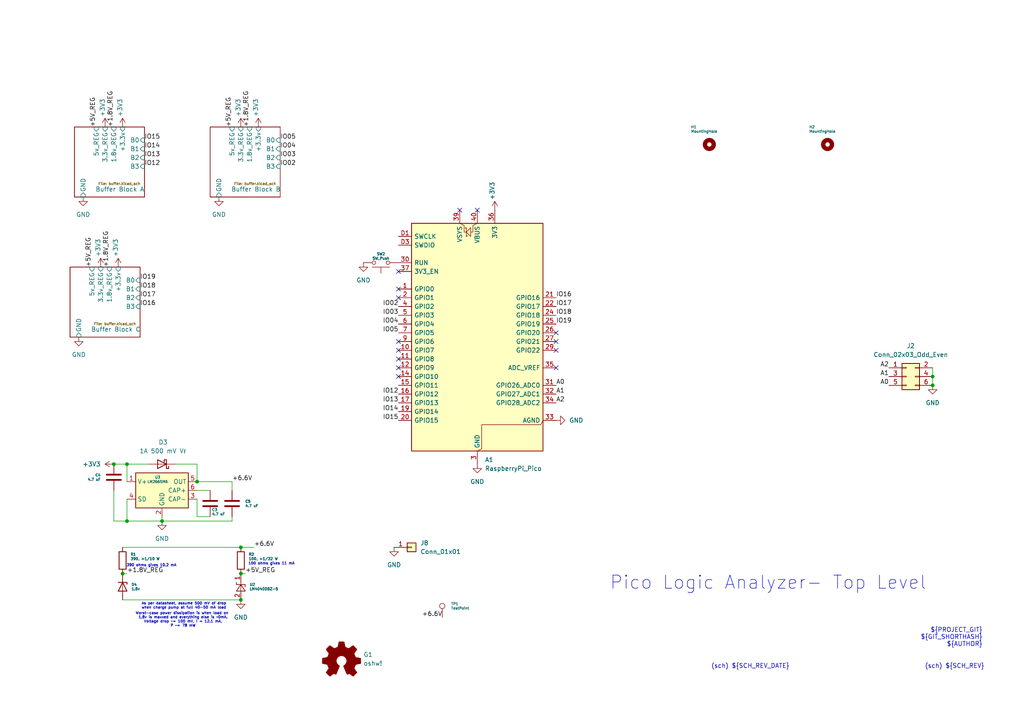
<source format=kicad_sch>
(kicad_sch (version 20250114) (generator "eeschema") (generator_version "9.0")
  (paper "A4")
  (lib_symbols
    (symbol "Connector:TestPoint" (pin_numbers (hide yes)) (pin_names (offset 0.762) (hide yes))
      (property "Reference" "TP" (at 0 6.858 0))
      (property "Value" "TestPoint" (at 0 5.08 0))
      (symbol "TestPoint_0_1"
        (circle (center 0 3.302) (radius 0.762))
      )
      (symbol "TestPoint_1_1"
        (pin passive line (at 0 0 90) (length 2.54) (name "1") (number "1"))
      )
    )
    (symbol "Connector_Generic:Conn_01x01" (pin_names (offset 1.016) (hide yes))
      (property "Reference" "J" (at 0 2.54 0))
      (property "Value" "Conn_01x01" (at 0 -2.54 0))
      (symbol "Conn_01x01_1_1"
        (rectangle (start -1.27 1.27) (end 1.27 -1.27) (stroke (width 0.254)) (fill (type background)))
        (rectangle (start -1.27 0.127) (end 0 -0.127) (stroke (width 0.1524)))
        (pin passive line (at -5.08 0 0) (length 3.81) (name "Pin_1") (number "1"))
      )
    )
    (symbol "Connector_Generic:Conn_02x03_Odd_Even" (pin_names (offset 1.016) (hide yes))
      (property "Reference" "J" (at 1.27 5.08 0))
      (property "Value" "Conn_02x03_Odd_Even" (at 1.27 -5.08 0))
      (symbol "Conn_02x03_Odd_Even_1_1"
        (rectangle (start -1.27 3.81) (end 3.81 -3.81) (stroke (width 0.254)) (fill (type background)))
        (rectangle (start -1.27 2.667) (end 0 2.413) (stroke (width 0.1524)))
        (rectangle (start -1.27 0.127) (end 0 -0.127) (stroke (width 0.1524)))
        (rectangle (start -1.27 -2.413) (end 0 -2.667) (stroke (width 0.1524)))
        (rectangle (start 3.81 2.667) (end 2.54 2.413) (stroke (width 0.1524)))
        (rectangle (start 3.81 0.127) (end 2.54 -0.127) (stroke (width 0.1524)))
        (rectangle (start 3.81 -2.413) (end 2.54 -2.667) (stroke (width 0.1524)))
        (pin passive line (at -5.08 2.54 0) (length 3.81) (name "Pin_1") (number "1"))
        (pin passive line (at -5.08 0 0) (length 3.81) (name "Pin_3") (number "3"))
        (pin passive line (at -5.08 -2.54 0) (length 3.81) (name "Pin_5") (number "5"))
        (pin passive line (at 7.62 2.54 180) (length 3.81) (name "Pin_2") (number "2"))
        (pin passive line (at 7.62 0 180) (length 3.81) (name "Pin_4") (number "4"))
        (pin passive line (at 7.62 -2.54 180) (length 3.81) (name "Pin_6") (number "6"))
      )
    )
    (symbol "Device:C" (pin_numbers (hide yes)) (pin_names (offset 0.254))
      (property "Reference" "C" (at 0.635 2.54 0))
      (property "Value" "C" (at 0.635 -2.54 0))
      (symbol "C_0_1"
        (polyline (pts (xy -2.032 0.762) (xy 2.032 0.762)) (stroke (width 0.508)))
        (polyline (pts (xy -2.032 -0.762) (xy 2.032 -0.762)) (stroke (width 0.508)))
      )
      (symbol "C_1_1"
        (pin passive line (at 0 3.81 270) (length 2.794) (name "~") (number "1"))
        (pin passive line (at 0 -3.81 90) (length 2.794) (name "~") (number "2"))
      )
    )
    (symbol "Device:D_Schottky" (pin_numbers (hide yes)) (pin_names (offset 1.016) (hide yes))
      (property "Reference" "D" (at 0 2.54 0))
      (property "Value" "D_Schottky" (at 0 -2.54 0))
      (symbol "D_Schottky_0_1"
        (polyline (pts (xy -1.905 0.635) (xy -1.905 1.27) (xy -1.27 1.27) (xy -1.27 -1.27) (xy -0.635 -1.27) (xy -0.635 -0.635)) (stroke (width 0.254)))
        (polyline (pts (xy 1.27 1.27) (xy 1.27 -1.27) (xy -1.27 0) (xy 1.27 1.27)) (stroke (width 0.254)))
        (polyline (pts (xy 1.27 0) (xy -1.27 0)))
      )
      (symbol "D_Schottky_1_1"
        (pin passive line (at -3.81 0 0) (length 2.54) (name "K") (number "1"))
        (pin passive line (at 3.81 0 180) (length 2.54) (name "A") (number "2"))
      )
    )
    (symbol "Device:D_Zener" (pin_numbers (hide yes)) (pin_names (offset 1.016) (hide yes))
      (property "Reference" "D" (at 0 2.54 0))
      (property "Value" "D_Zener" (at 0 -2.54 0))
      (symbol "D_Zener_0_1"
        (polyline (pts (xy -1.27 -1.27) (xy -1.27 1.27) (xy -0.762 1.27)) (stroke (width 0.254)))
        (polyline (pts (xy 1.27 0) (xy -1.27 0)))
        (polyline (pts (xy 1.27 -1.27) (xy 1.27 1.27) (xy -1.27 0) (xy 1.27 -1.27)) (stroke (width 0.254)))
      )
      (symbol "D_Zener_1_1"
        (pin passive line (at -3.81 0 0) (length 2.54) (name "K") (number "1"))
        (pin passive line (at 3.81 0 180) (length 2.54) (name "A") (number "2"))
      )
    )
    (symbol "Device:R" (pin_numbers (hide yes)) (pin_names (offset 0))
      (property "Reference" "R" (at 2.032 0 90))
      (property "Value" "R" (at 0 0 90))
      (symbol "R_0_1"
        (rectangle (start -1.016 -2.54) (end 1.016 2.54) (stroke (width 0.254)))
      )
      (symbol "R_1_1"
        (pin passive line (at 0 3.81 270) (length 1.27) (name "~") (number "1"))
        (pin passive line (at 0 -3.81 90) (length 1.27) (name "~") (number "2"))
      )
    )
    (symbol "Graphic:Logo_Open_Hardware_Small" (in_bom no) (on_board no)
      (symbol "Logo_Open_Hardware_Small_0_1"
        (polyline (pts (xy 3.3528 -4.3434) (xy 3.302 -4.318) (xy 3.175 -4.2418) (xy 2.9972 -4.1148) (xy 2.7686 -3.9624) (xy 2.54 -3.81) (xy 2.3622 -3.7084) (xy 2.2352 -3.6068) (xy 2.1844 -3.5814) (xy 2.159 -3.6068) (xy 2.0574 -3.6576) (xy 1.905 -3.7338) (xy 1.8034 -3.7846) (xy 1.6764 -3.8354) (xy 1.6002 -3.8354) (xy 1.6002 -3.8354) (xy 1.5494 -3.7338) (xy 1.4732 -3.5306) (xy 1.3462 -3.302) (xy 1.2446 -3.0226) (xy 1.1176 -2.7178) (xy 0.9652 -2.413) (xy 0.8636 -2.1082) (xy 0.7366 -1.8288) (xy 0.6604 -1.6256) (xy 0.6096 -1.4732) (xy 0.5842 -1.397) (xy 0.5842 -1.397) (xy 0.6604 -1.3208) (xy 0.7874 -1.2446) (xy 1.0414 -1.016) (xy 1.2954 -0.6858) (xy 1.4478 -0.3302) (xy 1.524 0.0762) (xy 1.4732 0.4572) (xy 1.3208 0.8128) (xy 1.0668 1.143) (xy 0.762 1.3716) (xy 0.4064 1.524) (xy 0 1.5748) (xy -0.381 1.5494) (xy -0.7366 1.397) (xy -1.0668 1.143) (xy -1.2192 0.9906) (xy -1.397 0.6604) (xy -1.524 0.3048) (xy -1.524 0.2286) (xy -1.4986 -0.1778) (xy -1.397 -0.5334) (xy -1.1938 -0.8636) (xy -0.9144 -1.143) (xy -0.8636 -1.1684) (xy -0.7366 -1.27) (xy -0.635 -1.3462) (xy -0.5842 -1.397) (xy -1.0668 -2.5908) (xy -1.143 -2.794) (xy -1.2954 -3.1242) (xy -1.397 -3.4036) (xy -1.4986 -3.6322) (xy -1.5748 -3.7846) (xy -1.6002 -3.8354) (xy -1.6002 -3.8354) (xy -1.651 -3.8354) (xy -1.7272 -3.81) (xy -1.905 -3.7338) (xy -2.0066 -3.683) (xy -2.1336 -3.6068) (xy -2.2098 -3.5814) (xy -2.2606 -3.6068) (xy -2.3622 -3.683) (xy -2.54 -3.81) (xy -2.7686 -3.9624) (xy -2.9718 -4.0894) (xy -3.1496 -4.2164) (xy -3.302 -4.318) (xy -3.3528 -4.3434) (xy -3.3782 -4.3434) (xy -3.429 -4.318) (xy -3.5306 -4.2164) (xy -3.7084 -4.064) (xy -3.937 -3.8354) (xy -3.9624 -3.81) (xy -4.1656 -3.6068) (xy -4.318 -3.4544) (xy -4.4196 -3.3274) (xy -4.445 -3.2766) (xy -4.445 -3.2766) (xy -4.4196 -3.2258) (xy -4.318 -3.0734) (xy -4.2164 -2.8956) (xy -4.064 -2.667) (xy -3.6576 -2.0828) (xy -3.8862 -1.5494) (xy -3.937 -1.3716) (xy -4.0386 -1.1684) (xy -4.0894 -1.0414) (xy -4.1148 -0.9652) (xy -4.191 -0.9398) (xy -4.318 -0.9144) (xy -4.5466 -0.8636) (xy -4.8006 -0.8128) (xy -5.0546 -0.7874) (xy -5.2578 -0.7366) (xy -5.4356 -0.7112) (xy -5.5118 -0.6858) (xy -5.5118 -0.6858) (xy -5.5372 -0.635) (xy -5.5372 -0.5588) (xy -5.5372 -0.4318) (xy -5.5626 -0.2286) (xy -5.5626 0.0762) (xy -5.5626 0.127) (xy -5.5372 0.4064) (xy -5.5372 0.635) (xy -5.5372 0.762) (xy -5.5372 0.8382) (xy -5.5372 0.8382) (xy -5.461 0.8382) (xy -5.3086 0.889) (xy -5.08 0.9144) (xy -4.826 0.9652) (xy -4.8006 0.9906) (xy -4.5466 1.0414) (xy -4.318 1.0668) (xy -4.1656 1.1176) (xy -4.0894 1.143) (xy -4.0894 1.143) (xy -4.0386 1.2446) (xy -3.9624 1.4224) (xy -3.8608 1.6256) (xy -3.7846 1.8288) (xy -3.7084 2.0066) (xy -3.6576 2.159) (xy -3.6322 2.2098) (xy -3.6322 2.2098) (xy -3.683 2.286) (xy -3.7592 2.413) (xy -3.8862 2.5908) (xy -4.064 2.8194) (xy -4.064 2.8448) (xy -4.2164 3.0734) (xy -4.3434 3.2512) (xy -4.4196 3.3782) (xy -4.445 3.4544) (xy -4.445 3.4544) (xy -4.3942 3.5052) (xy -4.2926 3.6322) (xy -4.1148 3.81) (xy -3.937 4.0132) (xy -3.8608 4.064) (xy -3.6576 4.2926) (xy -3.5052 4.4196) (xy -3.4036 4.4958) (xy -3.3528 4.5212) (xy -3.3528 4.5212) (xy -3.302 4.4704) (xy -3.1496 4.3688) (xy -2.9718 4.2418) (xy -2.7432 4.0894) (xy -2.7178 4.0894) (xy -2.4892 3.937) (xy -2.3114 3.81) (xy -2.1844 3.7084) (xy -2.1336 3.683) (xy -2.1082 3.683) (xy -2.032 3.7084) (xy -1.8542 3.7592) (xy -1.6764 3.8354) (xy -1.4732 3.937) (xy -1.27 4.0132) (xy -1.143 4.064) (xy -1.0668 4.1148) (xy -1.0668 4.1148) (xy -1.0414 4.191) (xy -1.016 4.3434) (xy -0.9652 4.572) (xy -0.9144 4.8514) (xy -0.889 4.9022) (xy -0.8382 5.1562) (xy -0.8128 5.3848) (xy -0.7874 5.5372) (xy -0.762 5.588) (xy -0.7112 5.6134) (xy -0.5842 5.6134) (xy -0.4064 5.6134) (xy -0.1524 5.6134) (xy 0.0762 5.6134) (xy 0.3302 5.6134) (xy 0.5334 5.6134) (xy 0.6858 5.588) (xy 0.7366 5.588) (xy 0.7366 5.588) (xy 0.762 5.5118) (xy 0.8128 5.334) (xy 0.8382 5.1054) (xy 0.9144 4.826) (xy 0.9144 4.7752) (xy 0.9652 4.5212) (xy 1.016 4.2926) (xy 1.0414 4.1402) (xy 1.0668 4.0894) (xy 1.0668 4.0894) (xy 1.1938 4.0386) (xy 1.3716 3.9624) (xy 1.5748 3.8608) (xy 2.0828 3.6576) (xy 2.7178 4.0894) (xy 2.7686 4.1402) (xy 2.9972 4.2926) (xy 3.175 4.4196) (xy 3.302 4.4958) (xy 3.3782 4.5212) (xy 3.3782 4.5212) (xy 3.429 4.4704) (xy 3.556 4.3434) (xy 3.7338 4.191) (xy 3.9116 3.9878) (xy 4.064 3.8354) (xy 4.2418 3.6576) (xy 4.3434 3.556) (xy 4.4196 3.4798) (xy 4.4196 3.429) (xy 4.4196 3.4036) (xy 4.3942 3.3274) (xy 4.2926 3.2004) (xy 4.1656 2.9972) (xy 4.0132 2.794) (xy 3.8862 2.5908) (xy 3.7592 2.3876) (xy 3.6576 2.2352) (xy 3.6322 2.159) (xy 3.6322 2.1336) (xy 3.683 2.0066) (xy 3.7592 1.8288) (xy 3.8608 1.6002) (xy 4.064 1.1176) (xy 4.3942 1.0414) (xy 4.5974 1.016) (xy 4.8768 0.9652) (xy 5.1308 0.9144) (xy 5.5372 0.8382) (xy 5.5626 -0.6604) (xy 5.4864 -0.6858) (xy 5.4356 -0.6858) (xy 5.2832 -0.7366) (xy 5.0546 -0.762) (xy 4.8006 -0.8128) (xy 4.5974 -0.8636) (xy 4.3688 -0.9144) (xy 4.2164 -0.9398) (xy 4.1402 -0.9398) (xy 4.1148 -0.9652) (xy 4.064 -1.0668) (xy 3.9878 -1.2446) (xy 3.9116 -1.4478) (xy 3.81 -1.651) (xy 3.7338 -1.8542) (xy 3.683 -2.0066) (xy 3.6576 -2.0828) (xy 3.683 -2.1336) (xy 3.7846 -2.2606) (xy 3.8862 -2.4638) (xy 4.0386 -2.667) (xy 4.191 -2.8956) (xy 4.318 -3.0734) (xy 4.3942 -3.2004) (xy 4.445 -3.2766) (xy 4.4196 -3.3274) (xy 4.3434 -3.429) (xy 4.1656 -3.5814) (xy 3.937 -3.8354) (xy 3.8862 -3.8608) (xy 3.683 -4.064) (xy 3.5306 -4.2164) (xy 3.4036 -4.318) (xy 3.3528 -4.3434)) (fill (type outline)))
      )
    )
    (symbol "MCU_Module:RaspberryPi_Pico_Debug" (pin_names (offset 0.762))
      (property "Reference" "A" (at -19.05 35.56 0))
      (property "Value" "RaspberryPi_Pico" (at 7.62 35.56 0))
      (symbol "RaspberryPi_Pico_Debug_0_1"
        (rectangle (start -19.05 34.29) (end 19.05 -31.75) (stroke (width 0.254)) (fill (type background)))
        (polyline (pts (xy -5.08 34.29) (xy -3.81 33.655) (xy -3.81 31.75) (xy -3.175 31.75)))
        (polyline (pts (xy -3.429 32.766) (xy -3.429 33.02) (xy -3.175 33.02) (xy -3.175 30.48) (xy -2.921 30.48) (xy -2.921 30.734)))
        (polyline (pts (xy -3.175 31.75) (xy -1.905 33.02) (xy -1.905 30.48) (xy -3.175 31.75)))
        (polyline (pts (xy 0 34.29) (xy -1.27 33.655) (xy -1.27 31.75) (xy -1.905 31.75)))
        (polyline (pts (xy 0 -31.75) (xy 1.27 -31.115) (xy 1.27 -24.13) (xy 18.415 -24.13) (xy 19.05 -22.86)))
      )
      (symbol "RaspberryPi_Pico_Debug_1_1"
        (pin input line (at -22.86 30.48 0) (length 3.81) (name "SWCLK") (number "D1"))
        (pin bidirectional line (at -22.86 27.94 0) (length 3.81) (name "SWDIO") (number "D3"))
        (pin passive line (at -22.86 22.86 0) (length 3.81) (name "RUN") (number "30"))
        (pin passive line (at -22.86 20.32 0) (length 3.81) (name "3V3_EN") (number "37"))
        (pin bidirectional line (at -22.86 15.24 0) (length 3.81) (name "GPIO0") (number "1"))
        (pin bidirectional line (at -22.86 12.7 0) (length 3.81) (name "GPIO1") (number "2"))
        (pin bidirectional line (at -22.86 10.16 0) (length 3.81) (name "GPIO2") (number "4"))
        (pin bidirectional line (at -22.86 7.62 0) (length 3.81) (name "GPIO3") (number "5"))
        (pin bidirectional line (at -22.86 5.08 0) (length 3.81) (name "GPIO4") (number "6"))
        (pin bidirectional line (at -22.86 2.54 0) (length 3.81) (name "GPIO5") (number "7"))
        (pin bidirectional line (at -22.86 0 0) (length 3.81) (name "GPIO6") (number "9"))
        (pin bidirectional line (at -22.86 -2.54 0) (length 3.81) (name "GPIO7") (number "10"))
        (pin bidirectional line (at -22.86 -5.08 0) (length 3.81) (name "GPIO8") (number "11"))
        (pin bidirectional line (at -22.86 -7.62 0) (length 3.81) (name "GPIO9") (number "12"))
        (pin bidirectional line (at -22.86 -10.16 0) (length 3.81) (name "GPIO10") (number "14"))
        (pin bidirectional line (at -22.86 -12.7 0) (length 3.81) (name "GPIO11") (number "15"))
        (pin bidirectional line (at -22.86 -15.24 0) (length 3.81) (name "GPIO12") (number "16"))
        (pin bidirectional line (at -22.86 -17.78 0) (length 3.81) (name "GPIO13") (number "17"))
        (pin bidirectional line (at -22.86 -20.32 0) (length 3.81) (name "GPIO14") (number "19"))
        (pin bidirectional line (at -22.86 -22.86 0) (length 3.81) (name "GPIO15") (number "20"))
        (pin power_in line (at -5.08 38.1 270) (length 3.81) (name "VSYS") (number "39"))
        (pin power_out line (at 0 38.1 270) (length 3.81) (name "VBUS") (number "40"))
        (pin passive line (at 0 -35.56 90) (length 3.81) (hide yes) (name "GND") (number "13"))
        (pin passive line (at 0 -35.56 90) (length 3.81) (hide yes) (name "GND") (number "18"))
        (pin passive line (at 0 -35.56 90) (length 3.81) (hide yes) (name "GND") (number "23"))
        (pin passive line (at 0 -35.56 90) (length 3.81) (hide yes) (name "GND") (number "28"))
        (pin power_out line (at 0 -35.56 90) (length 3.81) (name "GND") (number "3"))
        (pin passive line (at 0 -35.56 90) (length 3.81) (hide yes) (name "GND") (number "38"))
        (pin passive line (at 0 -35.56 90) (length 3.81) (hide yes) (name "GND") (number "8"))
        (pin passive line (at 0 -35.56 90) (length 3.81) (hide yes) (name "GND") (number "D2"))
        (pin power_out line (at 5.08 38.1 270) (length 3.81) (name "3V3") (number "36"))
        (pin bidirectional line (at 22.86 12.7 180) (length 3.81) (name "GPIO16") (number "21"))
        (pin bidirectional line (at 22.86 10.16 180) (length 3.81) (name "GPIO17") (number "22"))
        (pin bidirectional line (at 22.86 7.62 180) (length 3.81) (name "GPIO18") (number "24"))
        (pin bidirectional line (at 22.86 5.08 180) (length 3.81) (name "GPIO19") (number "25"))
        (pin bidirectional line (at 22.86 2.54 180) (length 3.81) (name "GPIO20") (number "26"))
        (pin bidirectional line (at 22.86 0 180) (length 3.81) (name "GPIO21") (number "27"))
        (pin bidirectional line (at 22.86 -2.54 180) (length 3.81) (name "GPIO22") (number "29"))
        (pin power_in line (at 22.86 -7.62 180) (length 3.81) (name "ADC_VREF") (number "35"))
        (pin bidirectional line (at 22.86 -12.7 180) (length 3.81) (name "GPIO26_ADC0") (number "31"))
        (pin bidirectional line (at 22.86 -15.24 180) (length 3.81) (name "GPIO27_ADC1") (number "32"))
        (pin bidirectional line (at 22.86 -17.78 180) (length 3.81) (name "GPIO28_ADC2") (number "34"))
        (pin power_out line (at 22.86 -22.86 180) (length 3.81) (name "AGND") (number "33"))
      )
    )
    (symbol "Mechanical:MountingHole" (pin_names (offset 1.016)) (exclude_from_sim yes) (in_bom no)
      (property "Reference" "H" (at 0 5.08 0))
      (property "Value" "MountingHole" (at 0 3.175 0))
      (symbol "MountingHole_0_1"
        (circle (center 0 0) (radius 1.27) (stroke (width 1.27)))
      )
    )
    (symbol "Reference_Voltage:LM4040DBZ-5" (pin_names (offset 0.0254) (hide yes))
      (property "Reference" "U" (at 0 2.54 0))
      (property "Value" "LM4040DBZ-5" (at 0 -3.175 0))
      (symbol "LM4040DBZ-5_0_1"
        (polyline (pts (xy -1.27 0) (xy 0 0) (xy 1.27 0)))
        (polyline (pts (xy -1.27 -1.27) (xy 0.635 0) (xy -1.27 1.27) (xy -1.27 -1.27)) (stroke (width 0.2032)))
        (polyline (pts (xy 0 -1.27) (xy 0.635 -1.27) (xy 0.635 1.27) (xy 1.27 1.27)) (stroke (width 0.2032)))
      )
      (symbol "LM4040DBZ-5_1_1"
        (pin passive line (at -3.81 0 0) (length 2.54) (name "A") (number "2"))
        (pin no_connect line (at -1.27 0 0) (length 2.54) (hide yes) (name "NC") (number "3"))
        (pin passive line (at 3.81 0 180) (length 2.54) (name "K") (number "1"))
      )
    )
    (symbol "Regulator_SwitchedCapacitor:LM2665M6"
      (property "Reference" "U" (at -6.35 6.35 0))
      (property "Value" "LM2665M6" (at 1.27 6.35 0))
      (symbol "LM2665M6_0_1"
        (rectangle (start -7.62 5.08) (end 7.62 -5.08) (stroke (width 0.254)) (fill (type background)))
      )
      (symbol "LM2665M6_1_1"
        (pin passive line (at -10.16 2.54 0) (length 2.54) (name "V+") (number "1"))
        (pin input line (at -10.16 -2.54 0) (length 2.54) (name "SD") (number "4"))
        (pin power_in line (at 0 -7.62 90) (length 2.54) (name "GND") (number "2"))
        (pin passive line (at 10.16 2.54 180) (length 2.54) (name "OUT") (number "5"))
        (pin passive line (at 10.16 0 180) (length 2.54) (name "CAP+") (number "6"))
        (pin passive line (at 10.16 -2.54 180) (length 2.54) (name "CAP-") (number "3"))
      )
    )
    (symbol "Switch:SW_Push" (pin_numbers (hide yes)) (pin_names (offset 1.016) (hide yes))
      (property "Reference" "SW" (at 1.27 2.54 0))
      (property "Value" "SW_Push" (at 0 -1.524 0))
      (symbol "SW_Push_0_1"
        (circle (center -2.032 0) (radius 0.508))
        (polyline (pts (xy 0 1.27) (xy 0 3.048)))
        (circle (center 2.032 0) (radius 0.508))
        (polyline (pts (xy 2.54 1.27) (xy -2.54 1.27)))
        (pin passive line (at -5.08 0 0) (length 2.54) (name "1") (number "1"))
        (pin passive line (at 5.08 0 180) (length 2.54) (name "2") (number "2"))
      )
    )
    (symbol "power:+3V3" (power) (pin_numbers (hide yes)) (pin_names (offset 0) (hide yes))
      (property "Value" "+3V3" (at 0 3.556 0))
      (symbol "+3V3_0_1"
        (polyline (pts (xy -0.762 1.27) (xy 0 2.54)))
        (polyline (pts (xy 0 2.54) (xy 0.762 1.27)))
        (polyline (pts (xy 0 0) (xy 0 2.54)))
      )
      (symbol "+3V3_1_1"
        (pin power_in line (at 0 0 90) (length 0) (name "~") (number "1"))
      )
    )
    (symbol "power:GND" (power) (pin_numbers (hide yes)) (pin_names (offset 0) (hide yes))
      (property "Value" "GND" (at 0 -3.81 0))
      (symbol "GND_0_1"
        (polyline (pts (xy 0 0) (xy 0 -1.27) (xy 1.27 -1.27) (xy 0 -2.54) (xy -1.27 -1.27) (xy 0 -1.27)))
      )
      (symbol "GND_1_1"
        (pin power_in line (at 0 0 270) (length 0) (name "~") (number "1"))
      )
    )
  )
  (text "${PROJECTNAME}" (at 186.182 190.5 0) (effects (font (size 1.27 1.27)) (justify left bottom)))
  (text "(sch) ${SCH_REV_DATE}" (at 206.248 194.056 0) (effects (font (size 1.27 1.27)) (justify left bottom)))
  (text "Worst-case power dissipation is when load on \n1.8v is maxxed and everything else is ~0mA.\nVoltage drop ~= 100 mV, I = 12.1 mA,\nP ~= 78 mW" (at 53.086 177.546 0) (effects (font (size 0.75 0.75)) (justify top)))
  (text "(sch) ${SCH_REV}" (at 268.224 194.056 0) (effects (font (size 1.27 1.27)) (justify left bottom)))
  (text "390 ohms gives 10.2 mA" (at 43.942 164.084 0) (effects (font (size 0.75 0.75))))
  (text "${PROJECT_GIT}\n${GIT_SHORTHASH}\n${AUTHOR}" (at 284.988 182.118 0) (effects (font (size 1.27 1.27)) (justify right top)))
  (text "Pico Logic Analyzer- Top Level" (at 176.784 166.878 0) (effects (font (size 3.81 3.81)) (justify left top)))
  (text "100 ohms gives 11 mA" (at 78.74 163.576 0) (effects (font (size 0.75 0.75))))
  (text "As per datasheet, assume 500 mV of drop\nwhen charge pump at full 40-50 mA load" (at 53.34 175.768 0) (effects (font (size 0.75 0.75))))
  (junction (at 270.51 109.22))
  (junction (at 69.85 173.99))
  (junction (at 35.56 166.37))
  (junction (at 57.15 139.7))
  (junction (at 36.83 151.13))
  (junction (at 69.85 158.75))
  (junction (at 270.51 111.76))
  (junction (at 46.99 151.13))
  (junction (at 33.02 134.62))
  (junction (at 36.83 134.62))
  (junction (at 69.85 166.37))
  (no_connect (at 115.57 106.68))
  (no_connect (at 161.29 101.6))
  (no_connect (at 138.43 60.96))
  (no_connect (at 133.35 60.96))
  (no_connect (at 115.57 104.14))
  (no_connect (at 115.57 101.6))
  (no_connect (at 115.57 99.06))
  (no_connect (at 115.57 109.22))
  (no_connect (at 161.29 96.52))
  (no_connect (at 161.29 106.68))
  (no_connect (at 115.57 78.74))
  (no_connect (at 115.57 83.82))
  (no_connect (at 161.29 99.06))
  (no_connect (at 115.57 86.36))
  (wire (pts (xy 67.31 149.86) (xy 67.31 151.13)))
  (wire (pts (xy 270.51 106.68) (xy 270.51 109.22)))
  (wire (pts (xy 57.15 149.86) (xy 60.96 149.86)))
  (wire (pts (xy 67.31 139.7) (xy 67.31 142.24)))
  (wire (pts (xy 46.99 149.86) (xy 46.99 151.13)))
  (wire (pts (xy 33.02 142.24) (xy 33.02 151.13)))
  (wire (pts (xy 69.85 158.75) (xy 73.66 158.75)))
  (wire (pts (xy 33.02 134.62) (xy 36.83 134.62)))
  (wire (pts (xy 57.15 142.24) (xy 60.96 142.24)))
  (wire (pts (xy 69.85 166.37) (xy 71.12 166.37)))
  (wire (pts (xy 35.56 173.99) (xy 69.85 173.99)))
  (wire (pts (xy 35.56 166.37) (xy 36.83 166.37)))
  (wire (pts (xy 35.56 158.75) (xy 69.85 158.75)))
  (wire (pts (xy 270.51 109.22) (xy 270.51 111.76)))
  (wire (pts (xy 36.83 144.78) (xy 36.83 151.13)))
  (wire (pts (xy 57.15 144.78) (xy 57.15 149.86)))
  (wire (pts (xy 36.83 139.7) (xy 36.83 134.62)))
  (wire (pts (xy 67.31 151.13) (xy 46.99 151.13)))
  (wire (pts (xy 36.83 151.13) (xy 46.99 151.13)))
  (wire (pts (xy 57.15 139.7) (xy 67.31 139.7)))
  (wire (pts (xy 57.15 134.62) (xy 57.15 139.7)))
  (wire (pts (xy 33.02 151.13) (xy 36.83 151.13)))
  (wire (pts (xy 50.8 134.62) (xy 57.15 134.62)))
  (wire (pts (xy 36.83 134.62) (xy 43.18 134.62)))
  (label "+5V_REG" (at 26.67 77.47 90))
  (label "IO19" (at 40.64 81.28 0))
  (label "A1" (at 257.81 109.22 180))
  (label "+1.8V_REG" (at 33.02 36.83 90))
  (label "IO13" (at 115.57 116.84 180))
  (label "+1.8V_REG" (at 36.83 166.37 0))
  (label "+5V_REG" (at 27.94 36.83 90))
  (label "+5V_REG" (at 71.12 166.37 0))
  (label "IO12" (at 115.57 114.3 180))
  (label "IO18" (at 40.64 83.82 0))
  (label "A0" (at 257.81 111.76 180))
  (label "IO03" (at 115.57 91.44 180))
  (label "A2" (at 257.81 106.68 180))
  (label "A1" (at 161.29 114.3 0))
  (label "IO13" (at 41.91 45.72 0))
  (label "+1.8V_REG" (at 31.75 77.47 90))
  (label "IO16" (at 161.29 86.36 0))
  (label "IO17" (at 161.29 88.9 0))
  (label "A2" (at 161.29 116.84 0))
  (label "IO14" (at 41.91 43.18 0))
  (label "IO19" (at 161.29 93.98 0))
  (label "IO04" (at 81.28 43.18 0))
  (label "IO15" (at 41.91 40.64 0))
  (label "IO05" (at 115.57 96.52 180))
  (label "IO16" (at 40.64 88.9 0))
  (label "IO05" (at 81.28 40.64 0))
  (label "+1.8V_REG" (at 72.39 36.83 90))
  (label "IO12" (at 41.91 48.26 0))
  (label "IO02" (at 115.57 88.9 180))
  (label "+6.6V" (at 67.31 139.7 0))
  (label "IO18" (at 161.29 91.44 0))
  (label "IO14" (at 115.57 119.38 180))
  (label "IO04" (at 115.57 93.98 180))
  (label "A0" (at 161.29 111.76 0))
  (label "IO03" (at 81.28 45.72 0))
  (label "IO17" (at 40.64 86.36 0))
  (label "+6.6V" (at 73.66 158.75 0))
  (label "IO02" (at 81.28 48.26 0))
  (label "+6.6V" (at 128.27 179.07 180))
  (label "IO15" (at 115.57 121.92 180))
  (label "+5V_REG" (at 67.31 36.83 90))
  (symbol (lib_id "Device:R") (at 69.85 162.56 0) (unit 1)
    (property "Reference" "R2" (at 72.136 160.782 0) (effects (font (size 0.75 0.75)) (justify left)))
    (property "Value" "100, >1/32 W" (at 72.136 162.052 0) (effects (font (size 0.75 0.75)) (justify left)))
    (property "Footprint" "Resistor_SMD:R_0402_1005Metric" (effects (hide yes)))
    (property "Description" "Resistor" (effects (hide yes)))
  )
  (symbol (lib_id "Mechanical:MountingHole") (at 205.74 41.91 0) (unit 1) (exclude_from_sim yes) (in_bom no)
    (property "Reference" "H1" (at 200.406 36.83 0) (effects (font (size 0.75 0.75)) (justify left)))
    (property "Value" "MountingHole" (at 200.406 38.1 0) (effects (font (size 0.75 0.75)) (justify left)))
    (property "Footprint" "MountingHole:MountingHole_3.2mm_M3" (effects (hide yes)))
    (property "Description" "Mounting Hole without connection" (effects (hide yes)))
  )
  (symbol (lib_id "power:+3V3") (at 143.51 60.96 0) (unit 1)
    (property "Reference" "#PWR011" (effects (hide yes)))
    (property "Value" "+3V3" (at 142.748 55.372 90))
    (property "Description" "Power symbol creates a global label with name \"+3V3\"" (effects (hide yes)))
  )
  (symbol (lib_id "power:+3V3") (at 30.48 36.83 0) (unit 1)
    (property "Reference" "#PWR014" (effects (hide yes)))
    (property "Value" "+3V3" (at 29.718 31.242 90))
    (property "Description" "Power symbol creates a global label with name \"+3V3\"" (effects (hide yes)))
  )
  (symbol (lib_id "power:GND") (at 24.13 57.15 0) (unit 1)
    (property "Reference" "#PWR02" (effects (hide yes)))
    (property "Value" "GND" (at 24.13 62.23 0))
    (property "Description" "Power symbol creates a global label with name \"GND\" , ground" (effects (hide yes)))
  )
  (symbol (lib_id "Graphic:Logo_Open_Hardware_Small") (at 99.06 191.77 0) (unit 1) (exclude_from_sim yes) (in_bom no)
    (property "Reference" "G1" (at 105.41 189.8649 0) (effects (justify left)))
    (property "Value" "oshw!" (at 105.41 192.4049 0) (effects (justify left)))
    (property "Footprint" "Symbol:OSHW-Logo2_7.3x6mm_SilkScreen" (effects (hide yes)))
    (property "Description" "Open Hardware logo, small" (effects (hide yes)))
  )
  (symbol (lib_id "MCU_Module:RaspberryPi_Pico_Debug") (at 138.43 99.06 0) (unit 1)
    (property "Reference" "A1" (at 140.6241 133.35 0) (effects (justify left)))
    (property "Value" "RaspberryPi_Pico" (at 140.6241 135.89 0) (effects (justify left)))
    (property "Footprint" "asa-lib:RaspberryPi_Pico_SMD" (effects (hide yes)))
    (property "Datasheet" "https://datasheets.raspberrypi.com/pico/pico-datasheet.pdf" (effects (hide yes)))
    (property "Description" "Versatile and inexpensive microcontroller module (with debug pins) powered by RP2040 dual-core Arm Cortex-M0+ processor up to 133 MHz, 264kB SRAM, 2MB QSPI flash; also supports Raspberry Pi Pico 2" (effects (hide yes)))
  )
  (symbol (lib_id "power:+3V3") (at 74.93 36.83 0) (unit 1)
    (property "Reference" "#PWR018" (effects (hide yes)))
    (property "Value" "+3V3" (at 74.168 31.242 90))
    (property "Description" "Power symbol creates a global label with name \"+3V3\"" (effects (hide yes)))
  )
  (symbol (lib_id "power:GND") (at 22.86 97.79 0) (unit 1)
    (property "Reference" "#PWR01" (effects (hide yes)))
    (property "Value" "GND" (at 22.86 102.87 0))
    (property "Description" "Power symbol creates a global label with name \"GND\" , ground" (effects (hide yes)))
  )
  (symbol (lib_id "Device:C") (at 60.96 146.05 180) (unit 1)
    (property "Reference" "C3" (at 61.468 147.828 0) (effects (font (size 0.75 0.75)) (justify right)))
    (property "Value" "4.7 uF" (at 61.468 149.098 0) (effects (font (size 0.75 0.75)) (justify right)))
    (property "Footprint" "Capacitor_SMD:C_0603_1608Metric" (effects (hide yes)))
    (property "Description" "Unpolarized capacitor" (effects (hide yes)))
  )
  (symbol (lib_id "Device:C") (at 33.02 138.43 0) (mirror x) (unit 1)
    (property "Reference" "C4" (at 29.21 137.7949 0) (effects (font (size 0.75 0.75)) (justify right)))
    (property "Value" "4.7 uF" (at 29.21 139.0649 0) (effects (font (size 0.75 0.75)) (justify right)))
    (property "Footprint" "Capacitor_SMD:C_0603_1608Metric" (effects (hide yes)))
    (property "Description" "Unpolarized capacitor" (effects (hide yes)))
  )
  (symbol (lib_id "power:GND") (at 161.29 121.92 90) (unit 1)
    (property "Reference" "#PWR019" (effects (hide yes)))
    (property "Value" "GND" (at 165.1 121.9199 90) (effects (justify right)))
    (property "Description" "Power symbol creates a global label with name \"GND\" , ground" (effects (hide yes)))
  )
  (symbol (lib_id "Connector_Generic:Conn_02x03_Odd_Even") (at 262.89 109.22 0) (unit 1)
    (property "Reference" "J2" (at 264.16 100.33 0))
    (property "Value" "Conn_02x03_Odd_Even" (at 264.16 102.87 0))
    (property "Footprint" "Connector_PinSocket_2.54mm:PinSocket_2x03_P2.54mm_Horizontal" (effects (hide yes)))
    (property "Description" "Generic connector, double row, 02x03, odd/even pin numbering scheme (row 1 odd numbers, row 2 even numbers), script generated (kicad-library-utils/schlib/autogen/connector/)" (effects (hide yes)))
  )
  (symbol (lib_id "Switch:SW_Push") (at 110.49 76.2 180) (unit 1)
    (property "Reference" "SW2" (at 110.49 73.66 0) (effects (font (size 0.75 0.75))))
    (property "Value" "SW_Push" (at 110.49 74.93 0) (effects (font (size 0.75 0.75))))
    (property "Footprint" "Button_Switch_SMD:SW_Tactile_SPST_NO_Straight_CK_PTS636Sx25SMTRLFS" (effects (hide yes)))
    (property "Description" "Push button switch, generic, two pins" (effects (hide yes)))
  )
  (symbol (lib_id "power:GND") (at 138.43 134.62 0) (unit 1)
    (property "Reference" "#PWR013" (effects (hide yes)))
    (property "Value" "GND" (at 138.43 139.7 0))
    (property "Description" "Power symbol creates a global label with name \"GND\" , ground" (effects (hide yes)))
  )
  (symbol (lib_id "Device:D_Zener") (at 35.56 170.18 270) (unit 1)
    (property "Reference" "D4" (at 38.1 169.5449 90) (effects (font (size 0.75 0.75)) (justify left)))
    (property "Value" "1.8v" (at 38.1 170.8149 90) (effects (font (size 0.75 0.75)) (justify left)))
    (property "Footprint" "Diode_SMD:D_SOD-123" (effects (hide yes)))
    (property "Description" "Zener diode" (effects (hide yes)))
  )
  (symbol (lib_id "power:GND") (at 114.3 158.75 0) (unit 1)
    (property "Reference" "#PWR04" (effects (hide yes)))
    (property "Value" "GND" (at 114.3 163.83 0))
    (property "Description" "Power symbol creates a global label with name \"GND\" , ground" (effects (hide yes)))
  )
  (symbol (lib_id "Device:C") (at 67.31 146.05 180) (unit 1)
    (property "Reference" "C5" (at 71.12 145.4149 0) (effects (font (size 0.75 0.75)) (justify right)))
    (property "Value" "4.7 uF" (at 71.12 146.6849 0) (effects (font (size 0.75 0.75)) (justify right)))
    (property "Footprint" "Capacitor_SMD:C_0603_1608Metric" (effects (hide yes)))
    (property "Description" "Unpolarized capacitor" (effects (hide yes)))
  )
  (symbol (lib_id "Connector:TestPoint") (at 128.27 179.07 0) (unit 1) (in_bom no)
    (property "Reference" "TP1" (at 130.81 175.1329 0) (effects (font (size 0.75 0.75)) (justify left)))
    (property "Value" "TestPoint" (at 130.81 176.4029 0) (effects (font (size 0.75 0.75)) (justify left)))
    (property "Footprint" "TestPoint:TestPoint_Pad_D1.5mm" (effects (hide yes)))
  )
  (symbol (lib_id "power:+3V3") (at 33.02 134.62 90) (unit 1)
    (property "Reference" "#PWR03" (effects (hide yes)))
    (property "Value" "+3V3" (at 29.21 134.6199 90) (effects (justify left)))
    (property "Description" "Power symbol creates a global label with name \"+3V3\"" (effects (hide yes)))
  )
  (symbol (lib_id "Regulator_SwitchedCapacitor:LM2665M6") (at 46.99 142.24 0) (unit 1)
    (property "Reference" "U3" (at 45.72 138.43 0) (effects (font (size 0.75 0.75))))
    (property "Value" "LM2665M6" (at 45.72 139.7 0) (effects (font (size 0.75 0.75))))
    (property "Footprint" "Package_TO_SOT_SMD:SOT-23-6" (effects (hide yes)))
    (property "Datasheet" "https://www.ti.com/lit/ds/symlink/lm2665.pdf" (effects (hide yes)))
    (property "Description" "Switched Capacitor Voltage Converter, Doubles or Splits Input Supply Voltage (2.5 V to 5.5 V or 1.8 V to 11 V), 40 mA, SOT-23-6" (effects (hide yes)))
  )
  (symbol (lib_id "power:GND") (at 63.5 57.15 0) (unit 1)
    (property "Reference" "#PWR07" (effects (hide yes)))
    (property "Value" "GND" (at 63.5 62.23 0))
    (property "Description" "Power symbol creates a global label with name \"GND\" , ground" (effects (hide yes)))
  )
  (symbol (lib_id "Connector_Generic:Conn_01x01") (at 119.38 158.75 0) (unit 1)
    (property "Reference" "J8" (at 121.92 157.4799 0) (effects (justify left)))
    (property "Value" "Conn_01x01" (at 121.92 160.0199 0) (effects (justify left)))
    (property "Footprint" "Connector_PinHeader_2.54mm:PinHeader_1x01_P2.54mm_Vertical" (effects (hide yes)))
    (property "Description" "Generic connector, single row, 01x01, script generated (kicad-library-utils/schlib/autogen/connector/)" (effects (hide yes)))
  )
  (symbol (lib_id "power:+3V3") (at 69.85 36.83 0) (unit 1)
    (property "Reference" "#PWR017" (effects (hide yes)))
    (property "Value" "+3V3" (at 69.088 31.242 90))
    (property "Description" "Power symbol creates a global label with name \"+3V3\"" (effects (hide yes)))
  )
  (symbol (lib_id "power:GND") (at 46.99 151.13 0) (unit 1)
    (property "Reference" "#PWR06" (effects (hide yes)))
    (property "Value" "GND" (at 46.99 156.21 0))
    (property "Description" "Power symbol creates a global label with name \"GND\" , ground" (effects (hide yes)))
  )
  (symbol (lib_id "power:GND") (at 270.51 111.76 0) (unit 1)
    (property "Reference" "#PWR015" (effects (hide yes)))
    (property "Value" "GND" (at 270.51 116.84 0))
    (property "Description" "Power symbol creates a global label with name \"GND\" , ground" (effects (hide yes)))
  )
  (symbol (lib_id "Device:R") (at 35.56 162.56 0) (unit 1)
    (property "Reference" "R1" (at 37.846 160.782 0) (effects (font (size 0.75 0.75)) (justify left)))
    (property "Value" "390, >1/10 W" (at 37.846 162.052 0) (effects (font (size 0.75 0.75)) (justify left)))
    (property "Footprint" "Resistor_SMD:R_0402_1005Metric" (effects (hide yes)))
    (property "Description" "Resistor" (effects (hide yes)))
  )
  (symbol (lib_id "power:+3V3") (at 34.29 77.47 0) (unit 1)
    (property "Reference" "#PWR09" (effects (hide yes)))
    (property "Value" "+3V3" (at 33.528 71.882 90))
    (property "Description" "Power symbol creates a global label with name \"+3V3\"" (effects (hide yes)))
  )
  (symbol (lib_id "power:+3V3") (at 29.21 77.47 0) (unit 1)
    (property "Reference" "#PWR05" (effects (hide yes)))
    (property "Value" "+3V3" (at 28.448 71.882 90))
    (property "Description" "Power symbol creates a global label with name \"+3V3\"" (effects (hide yes)))
  )
  (symbol (lib_id "Mechanical:MountingHole") (at 240.03 41.91 0) (unit 1) (exclude_from_sim yes) (in_bom no)
    (property "Reference" "H2" (at 234.696 36.83 0) (effects (font (size 0.75 0.75)) (justify left)))
    (property "Value" "MountingHole" (at 234.696 38.1 0) (effects (font (size 0.75 0.75)) (justify left)))
    (property "Footprint" "MountingHole:MountingHole_3.2mm_M3" (effects (hide yes)))
    (property "Description" "Mounting Hole without connection" (effects (hide yes)))
  )
  (symbol (lib_id "power:GND") (at 105.41 76.2 0) (unit 1)
    (property "Reference" "#PWR010" (effects (hide yes)))
    (property "Value" "GND" (at 105.41 81.28 0))
    (property "Description" "Power symbol creates a global label with name \"GND\" , ground" (effects (hide yes)))
  )
  (symbol (lib_id "Device:D_Schottky") (at 46.99 134.62 180) (unit 1)
    (property "Reference" "D3" (at 47.3075 128.27 0))
    (property "Value" "1A 500 mV V_{F}" (at 47.3075 130.81 0))
    (property "Footprint" "Diode_SMD:D_SOD-123F" (effects (hide yes)))
    (property "Description" "Schottky diode" (effects (hide yes)))
  )
  (symbol (lib_id "Reference_Voltage:LM4040DBZ-5") (at 69.85 170.18 90) (unit 1)
    (property "Reference" "U2" (at 72.39 169.5449 90) (effects (font (size 0.75 0.75)) (justify right)))
    (property "Value" "LM4040DBZ-5" (at 72.39 170.8149 90) (effects (font (size 0.75 0.75)) (justify right)))
    (property "Footprint" "Package_TO_SOT_SMD:SOT-23" (effects (hide yes)))
    (property "Datasheet" "http://www.ti.com/lit/ds/symlink/lm4040-n.pdf" (effects (hide yes)))
    (property "Description" "5.000V Precision Micropower Shunt Voltage Reference, SOT-23" (effects (hide yes)))
  )
  (symbol (lib_id "power:+3V3") (at 35.56 36.83 0) (unit 1)
    (property "Reference" "#PWR016" (effects (hide yes)))
    (property "Value" "+3V3" (at 34.798 31.242 90))
    (property "Description" "Power symbol creates a global label with name \"+3V3\"" (effects (hide yes)))
  )
  (symbol (lib_id "power:GND") (at 69.85 173.99 0) (unit 1)
    (property "Reference" "#PWR08" (effects (hide yes)))
    (property "Value" "GND" (at 69.85 179.07 0))
    (property "Description" "Power symbol creates a global label with name \"GND\" , ground" (effects (hide yes)))
  )
  (sheet (at 20.32 77.47) (size 20.32 20.32) (stroke (width 0.1524))
    (property "Sheetname" "Buffer Block C" (at 26.416 96.266 0) (effects (justify left bottom)))
    (property "Sheetfile" "buffer.kicad_sch" (at 27.178 93.472 0) (effects (font (size 0.75 0.75)) (justify left top)))
    (pin "B1" input (at 40.64 83.82 0))
    (pin "B0" input (at 40.64 81.28 0))
    (pin "B2" input (at 40.64 86.36 0))
    (pin "B3" input (at 40.64 88.9 0))
    (pin "GND" input (at 22.86 97.79 270))
    (pin "+3.3v" input (at 34.29 77.47 90))
    (pin "1.8v_REG" input (at 31.75 77.47 90))
    (pin "3.3v_REG" input (at 29.21 77.47 90))
    (pin "5v_REG" input (at 26.67 77.47 90))
  )
  (sheet (at 60.96 36.83) (size 20.32 20.32) (stroke (width 0.1524))
    (property "Sheetname" "Buffer Block B" (at 67.056 55.626 0) (effects (justify left bottom)))
    (property "Sheetfile" "buffer.kicad_sch" (at 67.818 52.832 0) (effects (font (size 0.75 0.75)) (justify left top)))
    (pin "B1" input (at 81.28 43.18 0))
    (pin "B0" input (at 81.28 40.64 0))
    (pin "B2" input (at 81.28 45.72 0))
    (pin "B3" input (at 81.28 48.26 0))
    (pin "GND" input (at 63.5 57.15 270))
    (pin "+3.3v" input (at 74.93 36.83 90))
    (pin "1.8v_REG" input (at 72.39 36.83 90))
    (pin "3.3v_REG" input (at 69.85 36.83 90))
    (pin "5v_REG" input (at 67.31 36.83 90))
  )
  (sheet (at 21.59 36.83) (size 20.32 20.32) (stroke (width 0.1524))
    (property "Sheetname" "Buffer Block A" (at 27.686 55.626 0) (effects (justify left bottom)))
    (property "Sheetfile" "buffer.kicad_sch" (at 28.448 52.832 0) (effects (font (size 0.75 0.75)) (justify left top)))
    (pin "B1" input (at 41.91 43.18 0))
    (pin "B0" input (at 41.91 40.64 0))
    (pin "B2" input (at 41.91 45.72 0))
    (pin "B3" input (at 41.91 48.26 0))
    (pin "GND" input (at 24.13 57.15 270))
    (pin "+3.3v" input (at 35.56 36.83 90))
    (pin "1.8v_REG" input (at 33.02 36.83 90))
    (pin "3.3v_REG" input (at 30.48 36.83 90))
    (pin "5v_REG" input (at 27.94 36.83 90))
  )
)
</source>
